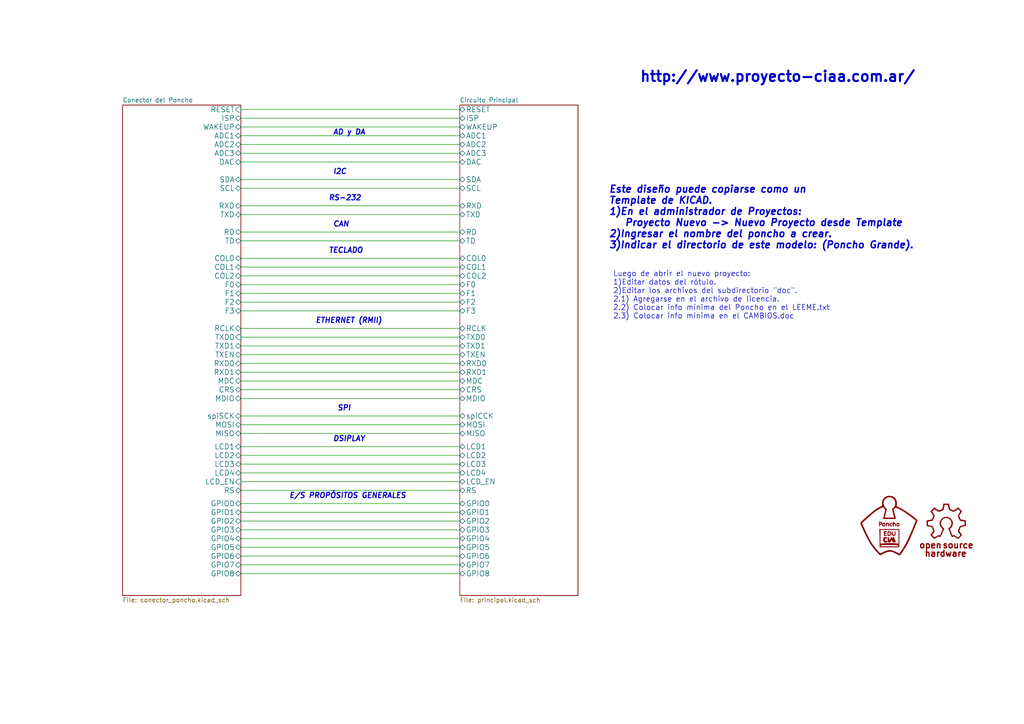
<source format=kicad_sch>
(kicad_sch (version 20250114) (generator "eeschema") (generator_version "9.0")
  (paper "A4")
  (title_block (title "Poncho Grande - Modelo - Ejemplo - Template") (date "2015-10-06") (rev "1.0") (company "Proyecto CIAA - COMPUTADORA INDUSTRIAL ABIERTA ARGENTINA") (comment 1 "https://github.com/ciaa/Ponchos/tree/master/modelos/doc") (comment 2 "Autores y Licencia del template (Diego Brengi - UNLaM)") (comment 3 "Autor del poncho (COMPLETAR NOMBRE Y APELLIDO). Ver directorio \"doc\"") (comment 4 "CÓDIGO PONCHO:"))
  (lib_symbols
    (symbol "Logo_Poncho_1" (pin_numbers (hide yes)) (pin_names (offset 0) (hide yes))
      (symbol "Logo_Poncho_1_1_1"
        (pin no_connect line (at 0 6.35 90) (length 0.508) (hide yes) (name "~") (number "~"))
      )
    )
    (symbol "Logo_Poncho_2" (pin_numbers (hide yes)) (pin_names (offset 0) (hide yes))
      (symbol "Logo_Poncho_2_1_1"
        (pin no_connect line (at 0 6.35 90) (length 0.508) (hide yes) (name "~") (number "~"))
      )
    )
    (symbol "OSHWA_1" (pin_names (offset 1.016))
      (symbol "OSHWA_1_0_0"
        (text "open" (at -4.445 -4.445 0) (effects (font (size 1.778 1.778) (bold yes))))
        (text "hardware" (at -0.0254 -6.858 0) (effects (font (size 1.778 1.778) (bold yes))))
        (text "source" (at 3.556 -4.445 0) (effects (font (size 1.778 1.778) (bold yes))))
      )
    )
    (symbol "OSHWA_2" (pin_names (offset 1.016))
      (symbol "OSHWA_2_0_0"
        (text "open" (at -4.445 -4.445 0) (effects (font (size 1.778 1.778) (bold yes))))
        (text "hardware" (at -0.0254 -6.858 0) (effects (font (size 1.778 1.778) (bold yes))))
        (text "source" (at 3.556 -4.445 0) (effects (font (size 1.778 1.778) (bold yes))))
      )
    )
  )
  (text "http://www.proyecto-ciaa.com.ar/" (at 185.42 24.13 0) (effects (font (size 2.9972 2.9972) (thickness 0.5994) (bold yes)) (justify left bottom)))
  (text "CAN" (at 96.52 66.04 0) (effects (font (size 1.524 1.524) (thickness 0.3048) (bold yes) (italic yes)) (justify left bottom)))
  (text "SPI" (at 97.79 119.38 0) (effects (font (size 1.524 1.524) (thickness 0.3048) (bold yes) (italic yes)) (justify left bottom)))
  (text "Luego de abrir el nuevo proyecto:\n1)Editar datos del rótulo.\n2)Editar los archivos del subdirectorio \"doc\".\n2.1) Agregarse en el archivo de licencia.\n2.2) Colocar info mínima del Poncho en el LEEME.txt\n2.3) Colocar info mínima en el CAMBIOS.doc" (at 177.8 92.71 0) (effects (font (size 1.524 1.524)) (justify left bottom)))
  (text "Este diseño puede copiarse como un \nTemplate de KICAD. \n1)En el administrador de Proyectos:  \n   Proyecto Nuevo -> Nuevo Proyecto desde Template\n2)Ingresar el nombre del poncho a crear.\n3)Indicar el directorio de este modelo: (Poncho Grande)." (at 176.53 72.39 0) (effects (font (size 2.0066 2.0066) (thickness 0.4013) (bold yes) (italic yes)) (justify left bottom)))
  (text "AD y DA" (at 96.52 39.37 0) (effects (font (size 1.524 1.524) (thickness 0.3048) (bold yes) (italic yes)) (justify left bottom)))
  (text "RS-232" (at 95.25 58.42 0) (effects (font (size 1.524 1.524) (thickness 0.3048) (bold yes) (italic yes)) (justify left bottom)))
  (text "E/S PROPÓSITOS GENERALES" (at 83.82 144.78 0) (effects (font (size 1.524 1.524) (thickness 0.3048) (bold yes) (italic yes)) (justify left bottom)))
  (text "TECLADO" (at 95.25 73.66 0) (effects (font (size 1.524 1.524) (thickness 0.3048) (bold yes) (italic yes)) (justify left bottom)))
  (text "ETHERNET (RMII)" (at 91.44 93.98 0) (effects (font (size 1.524 1.524) (thickness 0.3048) (bold yes) (italic yes)) (justify left bottom)))
  (text "I2C" (at 96.52 50.8 0) (effects (font (size 1.524 1.524) (thickness 0.3048) (bold yes) (italic yes)) (justify left bottom)))
  (text "DSIPLAY" (at 96.52 128.27 0) (effects (font (size 1.524 1.524) (thickness 0.3048) (bold yes) (italic yes)) (justify left bottom)))
  (wire (pts (xy 133.35 87.63) (xy 69.85 87.63)))
  (wire (pts (xy 133.35 62.23) (xy 69.85 62.23)))
  (wire (pts (xy 133.35 142.24) (xy 69.85 142.24)))
  (wire (pts (xy 69.85 123.19) (xy 133.35 123.19)))
  (wire (pts (xy 69.85 36.83) (xy 133.35 36.83)))
  (wire (pts (xy 133.35 156.21) (xy 69.85 156.21)))
  (wire (pts (xy 69.85 54.61) (xy 133.35 54.61)))
  (wire (pts (xy 133.35 161.29) (xy 69.85 161.29)))
  (wire (pts (xy 69.85 31.75) (xy 133.35 31.75)))
  (wire (pts (xy 69.85 67.31) (xy 133.35 67.31)))
  (wire (pts (xy 69.85 139.7) (xy 133.35 139.7)))
  (wire (pts (xy 69.85 90.17) (xy 133.35 90.17)))
  (wire (pts (xy 133.35 69.85) (xy 69.85 69.85)))
  (wire (pts (xy 133.35 44.45) (xy 69.85 44.45)))
  (wire (pts (xy 133.35 110.49) (xy 69.85 110.49)))
  (wire (pts (xy 69.85 107.95) (xy 133.35 107.95)))
  (wire (pts (xy 69.85 74.93) (xy 133.35 74.93)))
  (wire (pts (xy 133.35 120.65) (xy 69.85 120.65)))
  (wire (pts (xy 133.35 34.29) (xy 69.85 34.29)))
  (wire (pts (xy 69.85 158.75) (xy 133.35 158.75)))
  (wire (pts (xy 133.35 125.73) (xy 69.85 125.73)))
  (wire (pts (xy 133.35 82.55) (xy 69.85 82.55)))
  (wire (pts (xy 69.85 46.99) (xy 133.35 46.99)))
  (wire (pts (xy 69.85 134.62) (xy 133.35 134.62)))
  (wire (pts (xy 133.35 100.33) (xy 69.85 100.33)))
  (wire (pts (xy 69.85 97.79) (xy 133.35 97.79)))
  (wire (pts (xy 69.85 59.69) (xy 133.35 59.69)))
  (wire (pts (xy 133.35 166.37) (xy 69.85 166.37)))
  (wire (pts (xy 133.35 151.13) (xy 69.85 151.13)))
  (wire (pts (xy 69.85 163.83) (xy 133.35 163.83)))
  (wire (pts (xy 69.85 80.01) (xy 133.35 80.01)))
  (wire (pts (xy 133.35 77.47) (xy 69.85 77.47)))
  (wire (pts (xy 69.85 102.87) (xy 133.35 102.87)))
  (wire (pts (xy 133.35 132.08) (xy 69.85 132.08)))
  (wire (pts (xy 69.85 115.57) (xy 133.35 115.57)))
  (wire (pts (xy 133.35 39.37) (xy 69.85 39.37)))
  (wire (pts (xy 69.85 85.09) (xy 133.35 85.09)))
  (wire (pts (xy 69.85 129.54) (xy 133.35 129.54)))
  (wire (pts (xy 133.35 52.07) (xy 69.85 52.07)))
  (wire (pts (xy 133.35 105.41) (xy 69.85 105.41)))
  (wire (pts (xy 133.35 95.25) (xy 69.85 95.25)))
  (wire (pts (xy 133.35 137.16) (xy 69.85 137.16)))
  (wire (pts (xy 133.35 148.59) (xy 69.85 148.59)))
  (wire (pts (xy 69.85 41.91) (xy 133.35 41.91)))
  (wire (pts (xy 69.85 146.05) (xy 133.35 146.05)))
  (wire (pts (xy 69.85 153.67) (xy 133.35 153.67)))
  (wire (pts (xy 133.35 113.03) (xy 69.85 113.03)))
  (symbol (lib_name "OSHWA_2") (lib_id "poncho_grande-rescue:OSHWA") (at 274.32 153.67 0) (unit 1)
    (property "Reference" "#G2" (effects (hide yes)))
    (property "Value" "OSHWA" (effects (hide yes)))
    (property "Footprint" "mod:OSHWA" (effects (hide yes)))
  )
  (symbol (lib_name "Logo_Poncho_2") (lib_id "poncho_grande-rescue:Logo_Poncho") (at 257.81 152.4 0) (unit 1)
    (property "Reference" "#G1" (effects (hide yes)))
    (property "Value" "Logo_Poncho" (effects (hide yes)))
  )
  (sheet (at 35.56 30.48) (size 34.29 142.24)
    (property "Sheetname" "Conector del Poncho" (at 35.56 29.7684 0) (effects (justify left bottom)))
    (property "Sheetfile" "conector_poncho.kicad_sch" (at 35.56 173.3046 0) (effects (justify left top)))
    (pin "RESET" input (at 69.85 31.75 0) (effects (font (size 1.524 1.524))))
    (pin "ISP" bidirectional (at 69.85 34.29 0) (effects (font (size 1.524 1.524))))
    (pin "ADC3" bidirectional (at 69.85 44.45 0) (effects (font (size 1.524 1.524))))
    (pin "ADC2" bidirectional (at 69.85 41.91 0) (effects (font (size 1.524 1.524))))
    (pin "ADC1" bidirectional (at 69.85 39.37 0) (effects (font (size 1.524 1.524))))
    (pin "DAC" bidirectional (at 69.85 46.99 0) (effects (font (size 1.524 1.524))))
    (pin "SDA" bidirectional (at 69.85 52.07 0) (effects (font (size 1.524 1.524))))
    (pin "SCL" bidirectional (at 69.85 54.61 0) (effects (font (size 1.524 1.524))))
    (pin "RXD" bidirectional (at 69.85 59.69 0) (effects (font (size 1.524 1.524))))
    (pin "TXD" bidirectional (at 69.85 62.23 0) (effects (font (size 1.524 1.524))))
    (pin "RD" bidirectional (at 69.85 67.31 0) (effects (font (size 1.524 1.524))))
    (pin "TD" bidirectional (at 69.85 69.85 0) (effects (font (size 1.524 1.524))))
    (pin "COL1" bidirectional (at 69.85 77.47 0) (effects (font (size 1.524 1.524))))
    (pin "F0" bidirectional (at 69.85 82.55 0) (effects (font (size 1.524 1.524))))
    (pin "F3" bidirectional (at 69.85 90.17 0) (effects (font (size 1.524 1.524))))
    (pin "F2" bidirectional (at 69.85 87.63 0) (effects (font (size 1.524 1.524))))
    (pin "COL0" bidirectional (at 69.85 74.93 0) (effects (font (size 1.524 1.524))))
    (pin "F1" bidirectional (at 69.85 85.09 0) (effects (font (size 1.524 1.524))))
    (pin "RXD0" bidirectional (at 69.85 105.41 0) (effects (font (size 1.524 1.524))))
    (pin "RCLK" bidirectional (at 69.85 95.25 0) (effects (font (size 1.524 1.524))))
    (pin "MOSI" bidirectional (at 69.85 123.19 0) (effects (font (size 1.524 1.524))))
    (pin "LCD_EN" input (at 69.85 139.7 0) (effects (font (size 1.524 1.524))))
    (pin "GPIO0" bidirectional (at 69.85 146.05 0) (effects (font (size 1.524 1.524))))
    (pin "GPIO2" bidirectional (at 69.85 151.13 0) (effects (font (size 1.524 1.524))))
    (pin "GPIO4" bidirectional (at 69.85 156.21 0) (effects (font (size 1.524 1.524))))
    (pin "GPIO6" bidirectional (at 69.85 161.29 0) (effects (font (size 1.524 1.524))))
    (pin "RXD1" bidirectional (at 69.85 107.95 0) (effects (font (size 1.524 1.524))))
    (pin "TXEN" bidirectional (at 69.85 102.87 0) (effects (font (size 1.524 1.524))))
    (pin "MDC" bidirectional (at 69.85 110.49 0) (effects (font (size 1.524 1.524))))
    (pin "CRS" bidirectional (at 69.85 113.03 0) (effects (font (size 1.524 1.524))))
    (pin "MDIO" bidirectional (at 69.85 115.57 0) (effects (font (size 1.524 1.524))))
    (pin "TXD0" input (at 69.85 97.79 0) (effects (font (size 1.524 1.524))))
    (pin "TXD1" bidirectional (at 69.85 100.33 0) (effects (font (size 1.524 1.524))))
    (pin "MISO" bidirectional (at 69.85 125.73 0) (effects (font (size 1.524 1.524))))
    (pin "spiSCK" bidirectional (at 69.85 120.65 0) (effects (font (size 1.524 1.524))))
    (pin "LCD4" bidirectional (at 69.85 137.16 0) (effects (font (size 1.524 1.524))))
    (pin "RS" bidirectional (at 69.85 142.24 0) (effects (font (size 1.524 1.524))))
    (pin "LCD3" bidirectional (at 69.85 134.62 0) (effects (font (size 1.524 1.524))))
    (pin "LCD2" bidirectional (at 69.85 132.08 0) (effects (font (size 1.524 1.524))))
    (pin "LCD1" bidirectional (at 69.85 129.54 0) (effects (font (size 1.524 1.524))))
    (pin "GPIO1" bidirectional (at 69.85 148.59 0) (effects (font (size 1.524 1.524))))
    (pin "GPIO3" bidirectional (at 69.85 153.67 0) (effects (font (size 1.524 1.524))))
    (pin "GPIO5" bidirectional (at 69.85 158.75 0) (effects (font (size 1.524 1.524))))
    (pin "GPIO7" bidirectional (at 69.85 163.83 0) (effects (font (size 1.524 1.524))))
    (pin "GPIO8" bidirectional (at 69.85 166.37 0) (effects (font (size 1.524 1.524))))
    (pin "COL2" bidirectional (at 69.85 80.01 0) (effects (font (size 1.524 1.524))))
    (pin "WAKEUP" bidirectional (at 69.85 36.83 0) (effects (font (size 1.524 1.524))))
  )
  (sheet (at 133.35 30.48) (size 34.29 142.24)
    (property "Sheetname" "Circuito Principal" (at 133.35 29.7684 0) (effects (justify left bottom)))
    (property "Sheetfile" "principal.kicad_sch" (at 133.35 173.3046 0) (effects (justify left top)))
    (pin "RESET" bidirectional (at 133.35 31.75 180) (effects (font (size 1.524 1.524))))
    (pin "ISP" bidirectional (at 133.35 34.29 180) (effects (font (size 1.524 1.524))))
    (pin "ADC1" bidirectional (at 133.35 39.37 180) (effects (font (size 1.524 1.524))))
    (pin "ADC2" bidirectional (at 133.35 41.91 180) (effects (font (size 1.524 1.524))))
    (pin "ADC3" bidirectional (at 133.35 44.45 180) (effects (font (size 1.524 1.524))))
    (pin "DAC" bidirectional (at 133.35 46.99 180) (effects (font (size 1.524 1.524))))
    (pin "SDA" bidirectional (at 133.35 52.07 180) (effects (font (size 1.524 1.524))))
    (pin "SCL" bidirectional (at 133.35 54.61 180) (effects (font (size 1.524 1.524))))
    (pin "RXD" bidirectional (at 133.35 59.69 180) (effects (font (size 1.524 1.524))))
    (pin "TXD" bidirectional (at 133.35 62.23 180) (effects (font (size 1.524 1.524))))
    (pin "RD" bidirectional (at 133.35 67.31 180) (effects (font (size 1.524 1.524))))
    (pin "TD" bidirectional (at 133.35 69.85 180) (effects (font (size 1.524 1.524))))
    (pin "COL0" bidirectional (at 133.35 74.93 180) (effects (font (size 1.524 1.524))))
    (pin "COL1" bidirectional (at 133.35 77.47 180) (effects (font (size 1.524 1.524))))
    (pin "F0" bidirectional (at 133.35 82.55 180) (effects (font (size 1.524 1.524))))
    (pin "F1" bidirectional (at 133.35 85.09 180) (effects (font (size 1.524 1.524))))
    (pin "F2" bidirectional (at 133.35 87.63 180) (effects (font (size 1.524 1.524))))
    (pin "F3" bidirectional (at 133.35 90.17 180) (effects (font (size 1.524 1.524))))
    (pin "RCLK" bidirectional (at 133.35 95.25 180) (effects (font (size 1.524 1.524))))
    (pin "TXD0" bidirectional (at 133.35 97.79 180) (effects (font (size 1.524 1.524))))
    (pin "TXD1" bidirectional (at 133.35 100.33 180) (effects (font (size 1.524 1.524))))
    (pin "TXEN" bidirectional (at 133.35 102.87 180) (effects (font (size 1.524 1.524))))
    (pin "RXD0" bidirectional (at 133.35 105.41 180) (effects (font (size 1.524 1.524))))
    (pin "RXD1" bidirectional (at 133.35 107.95 180) (effects (font (size 1.524 1.524))))
    (pin "MDC" bidirectional (at 133.35 110.49 180) (effects (font (size 1.524 1.524))))
    (pin "CRS" bidirectional (at 133.35 113.03 180) (effects (font (size 1.524 1.524))))
    (pin "MDIO" bidirectional (at 133.35 115.57 180) (effects (font (size 1.524 1.524))))
    (pin "spiCCK" bidirectional (at 133.35 120.65 180) (effects (font (size 1.524 1.524))))
    (pin "MOSI" bidirectional (at 133.35 123.19 180) (effects (font (size 1.524 1.524))))
    (pin "MISO" bidirectional (at 133.35 125.73 180) (effects (font (size 1.524 1.524))))
    (pin "LCD1" bidirectional (at 133.35 129.54 180) (effects (font (size 1.524 1.524))))
    (pin "LCD2" bidirectional (at 133.35 132.08 180) (effects (font (size 1.524 1.524))))
    (pin "LCD3" bidirectional (at 133.35 134.62 180) (effects (font (size 1.524 1.524))))
    (pin "LCD4" bidirectional (at 133.35 137.16 180) (effects (font (size 1.524 1.524))))
    (pin "LCD_EN" bidirectional (at 133.35 139.7 180) (effects (font (size 1.524 1.524))))
    (pin "RS" bidirectional (at 133.35 142.24 180) (effects (font (size 1.524 1.524))))
    (pin "GPIO2" bidirectional (at 133.35 151.13 180) (effects (font (size 1.524 1.524))))
    (pin "GPIO3" bidirectional (at 133.35 153.67 180) (effects (font (size 1.524 1.524))))
    (pin "GPIO4" bidirectional (at 133.35 156.21 180) (effects (font (size 1.524 1.524))))
    (pin "GPIO5" bidirectional (at 133.35 158.75 180) (effects (font (size 1.524 1.524))))
    (pin "GPIO6" bidirectional (at 133.35 161.29 180) (effects (font (size 1.524 1.524))))
    (pin "GPIO7" bidirectional (at 133.35 163.83 180) (effects (font (size 1.524 1.524))))
    (pin "GPIO8" bidirectional (at 133.35 166.37 180) (effects (font (size 1.524 1.524))))
    (pin "COL2" bidirectional (at 133.35 80.01 180) (effects (font (size 1.524 1.524))))
    (pin "WAKEUP" bidirectional (at 133.35 36.83 180) (effects (font (size 1.524 1.524))))
    (pin "GPIO1" bidirectional (at 133.35 148.59 180) (effects (font (size 1.524 1.524))))
    (pin "GPIO0" bidirectional (at 133.35 146.05 180) (effects (font (size 1.524 1.524))))
  )
)
</source>
